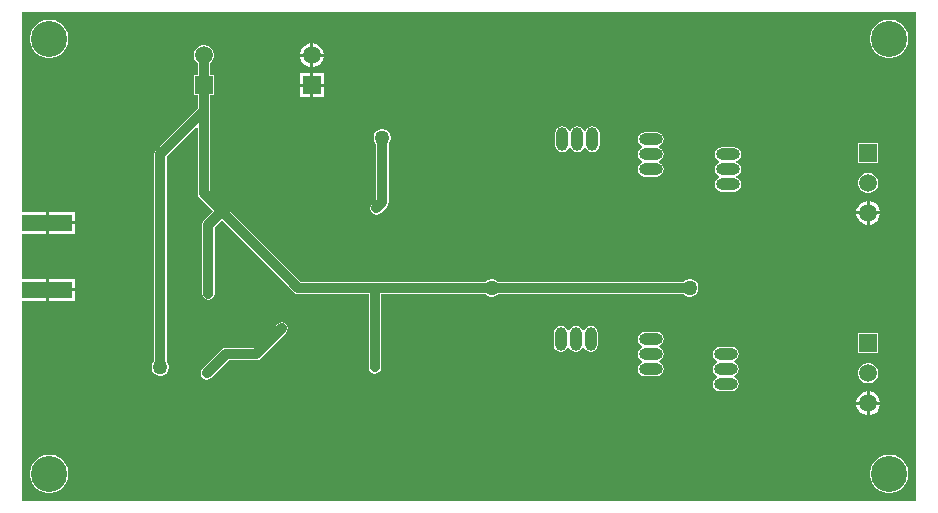
<source format=gbr>
%TF.GenerationSoftware,Altium Limited,Altium Designer,22.7.1 (60)*%
G04 Layer_Physical_Order=2*
G04 Layer_Color=16711680*
%FSLAX45Y45*%
%MOMM*%
%TF.SameCoordinates,8DF05635-03F1-411C-9BC5-7CD19558B576*%
%TF.FilePolarity,Positive*%
%TF.FileFunction,Copper,L2,Bot,Signal*%
%TF.Part,Single*%
G01*
G75*
%TA.AperFunction,ConnectorPad*%
%ADD12R,4.20000X1.35000*%
%TA.AperFunction,Conductor*%
%ADD15C,0.83820*%
%TA.AperFunction,ComponentPad*%
%ADD16R,1.50000X1.50000*%
%ADD17C,1.50000*%
%TA.AperFunction,WasherPad*%
%ADD18C,3.04800*%
%TA.AperFunction,ComponentPad*%
%ADD19O,2.00000X1.00000*%
%ADD20O,2.00000X1.00000*%
%ADD21O,1.00000X2.00000*%
%ADD22O,1.00000X2.00000*%
%TA.AperFunction,ViaPad*%
%ADD23C,1.27000*%
%ADD24C,0.71120*%
G36*
X10134104Y2565896D02*
X2565896D01*
Y4260100D01*
X2763200D01*
Y4353000D01*
Y4445900D01*
X2565896D01*
Y4825100D01*
X2763200D01*
Y4918000D01*
Y5010900D01*
X2565896D01*
Y6705104D01*
X10134104D01*
Y2565896D01*
D02*
G37*
%LPC*%
G36*
X5029718Y6437700D02*
X5029200D01*
Y6350000D01*
X5116900D01*
Y6350518D01*
X5110058Y6376053D01*
X5096840Y6398947D01*
X5078147Y6417640D01*
X5055253Y6430858D01*
X5029718Y6437700D01*
D02*
G37*
G36*
X5003800D02*
X5003282D01*
X4977747Y6430858D01*
X4954853Y6417640D01*
X4936160Y6398947D01*
X4922942Y6376053D01*
X4916100Y6350518D01*
Y6350000D01*
X5003800D01*
Y6437700D01*
D02*
G37*
G36*
X9922011Y6639560D02*
X9889989D01*
X9858583Y6633313D01*
X9828999Y6621059D01*
X9802374Y6603269D01*
X9779731Y6580626D01*
X9761941Y6554001D01*
X9749687Y6524417D01*
X9743440Y6493011D01*
Y6460989D01*
X9749687Y6429583D01*
X9761941Y6399999D01*
X9779731Y6373374D01*
X9802374Y6350731D01*
X9828999Y6332941D01*
X9858583Y6320687D01*
X9889989Y6314440D01*
X9922011D01*
X9953417Y6320687D01*
X9983001Y6332941D01*
X10009626Y6350731D01*
X10032269Y6373374D01*
X10050059Y6399999D01*
X10062313Y6429583D01*
X10068560Y6460989D01*
Y6493011D01*
X10062313Y6524417D01*
X10050059Y6554001D01*
X10032269Y6580626D01*
X10009626Y6603269D01*
X9983001Y6621059D01*
X9953417Y6633313D01*
X9922011Y6639560D01*
D02*
G37*
G36*
X2810011D02*
X2777989D01*
X2746583Y6633313D01*
X2716999Y6621059D01*
X2690374Y6603269D01*
X2667731Y6580626D01*
X2649941Y6554001D01*
X2637687Y6524417D01*
X2631440Y6493011D01*
Y6460989D01*
X2637687Y6429583D01*
X2649941Y6399999D01*
X2667731Y6373374D01*
X2690374Y6350731D01*
X2716999Y6332941D01*
X2746583Y6320687D01*
X2777989Y6314440D01*
X2810011D01*
X2841417Y6320687D01*
X2871001Y6332941D01*
X2897626Y6350731D01*
X2920269Y6373374D01*
X2938059Y6399999D01*
X2950313Y6429583D01*
X2956560Y6460989D01*
Y6493011D01*
X2950313Y6524417D01*
X2938059Y6554001D01*
X2920269Y6580626D01*
X2897626Y6603269D01*
X2871001Y6621059D01*
X2841417Y6633313D01*
X2810011Y6639560D01*
D02*
G37*
G36*
X5116900Y6324600D02*
X5029200D01*
Y6236900D01*
X5029718D01*
X5055253Y6243742D01*
X5078147Y6256960D01*
X5096840Y6275653D01*
X5110058Y6298547D01*
X5116900Y6324082D01*
Y6324600D01*
D02*
G37*
G36*
X5003800D02*
X4916100D01*
Y6324082D01*
X4922942Y6298547D01*
X4936160Y6275653D01*
X4954853Y6256960D01*
X4977747Y6243742D01*
X5003282Y6236900D01*
X5003800D01*
Y6324600D01*
D02*
G37*
G36*
X5116900Y6183700D02*
X5029200D01*
Y6096000D01*
X5116900D01*
Y6183700D01*
D02*
G37*
G36*
X5003800D02*
X4916100D01*
Y6096000D01*
X5003800D01*
Y6183700D01*
D02*
G37*
G36*
X5116900Y6070600D02*
X5029200D01*
Y5982900D01*
X5116900D01*
Y6070600D01*
D02*
G37*
G36*
X5003800D02*
X4916100D01*
Y5982900D01*
X5003800D01*
Y6070600D01*
D02*
G37*
G36*
X7391400Y5737439D02*
X7367927Y5732770D01*
X7348027Y5719473D01*
X7334731Y5699573D01*
X7334374Y5697783D01*
X7321426D01*
X7321069Y5699573D01*
X7307773Y5719473D01*
X7287873Y5732769D01*
X7264400Y5737438D01*
X7240927Y5732769D01*
X7221027Y5719473D01*
X7207731Y5699573D01*
X7207374Y5697783D01*
X7194426D01*
X7194069Y5699573D01*
X7180773Y5719473D01*
X7160873Y5732770D01*
X7137400Y5737439D01*
X7113927Y5732770D01*
X7094027Y5719473D01*
X7080731Y5699573D01*
X7076062Y5676100D01*
Y5576100D01*
X7080731Y5552627D01*
X7094027Y5532727D01*
X7113927Y5519430D01*
X7137400Y5514761D01*
X7160873Y5519430D01*
X7180773Y5532727D01*
X7194069Y5552627D01*
X7194426Y5554417D01*
X7207374D01*
X7207731Y5552627D01*
X7221027Y5532727D01*
X7240927Y5519431D01*
X7264400Y5514762D01*
X7287873Y5519431D01*
X7307773Y5532727D01*
X7321069Y5552627D01*
X7321426Y5554417D01*
X7334374D01*
X7334731Y5552627D01*
X7348027Y5532727D01*
X7367927Y5519430D01*
X7391400Y5514761D01*
X7414873Y5519430D01*
X7434773Y5532727D01*
X7448069Y5552627D01*
X7452738Y5576100D01*
Y5676100D01*
X7448069Y5699573D01*
X7434773Y5719473D01*
X7414873Y5732770D01*
X7391400Y5737439D01*
D02*
G37*
G36*
X9813360Y5596960D02*
X9643040D01*
Y5426640D01*
X9813360D01*
Y5596960D01*
D02*
G37*
G36*
X7936700Y5687438D02*
X7836700D01*
X7813227Y5682769D01*
X7793327Y5669473D01*
X7780030Y5649573D01*
X7775361Y5626100D01*
X7780030Y5602627D01*
X7793327Y5582727D01*
X7813227Y5569431D01*
X7815017Y5569074D01*
Y5556126D01*
X7813227Y5555769D01*
X7793327Y5542473D01*
X7780031Y5522573D01*
X7775362Y5499100D01*
X7780031Y5475627D01*
X7793327Y5455727D01*
X7813227Y5442431D01*
X7815017Y5442074D01*
Y5429126D01*
X7813227Y5428769D01*
X7793327Y5415473D01*
X7780030Y5395573D01*
X7775361Y5372100D01*
X7780030Y5348627D01*
X7793327Y5328727D01*
X7813227Y5315431D01*
X7836700Y5310762D01*
X7936700D01*
X7960173Y5315431D01*
X7980073Y5328727D01*
X7993370Y5348627D01*
X7998039Y5372100D01*
X7993370Y5395573D01*
X7980073Y5415473D01*
X7960173Y5428769D01*
X7958383Y5429126D01*
Y5442074D01*
X7960173Y5442431D01*
X7980073Y5455727D01*
X7993369Y5475627D01*
X7998038Y5499100D01*
X7993369Y5522573D01*
X7980073Y5542473D01*
X7960173Y5555769D01*
X7958383Y5556126D01*
Y5569074D01*
X7960173Y5569431D01*
X7980073Y5582727D01*
X7993370Y5602627D01*
X7998039Y5626100D01*
X7993370Y5649573D01*
X7980073Y5669473D01*
X7960173Y5682769D01*
X7936700Y5687438D01*
D02*
G37*
G36*
X8589626Y5560438D02*
X8489626D01*
X8466152Y5555769D01*
X8446253Y5542473D01*
X8432956Y5522573D01*
X8428287Y5499100D01*
X8432956Y5475627D01*
X8446253Y5455727D01*
X8466152Y5442431D01*
X8467943Y5442074D01*
Y5429126D01*
X8466153Y5428769D01*
X8446253Y5415473D01*
X8432956Y5395573D01*
X8428287Y5372100D01*
X8432956Y5348627D01*
X8446253Y5328727D01*
X8466153Y5315431D01*
X8467943Y5315074D01*
Y5302126D01*
X8466152Y5301769D01*
X8446253Y5288473D01*
X8432956Y5268573D01*
X8428287Y5245100D01*
X8432956Y5221627D01*
X8446253Y5201727D01*
X8466152Y5188431D01*
X8489626Y5183762D01*
X8589626D01*
X8613099Y5188431D01*
X8632999Y5201727D01*
X8646295Y5221627D01*
X8650964Y5245100D01*
X8646295Y5268573D01*
X8632999Y5288473D01*
X8613099Y5301769D01*
X8611309Y5302126D01*
Y5315074D01*
X8613099Y5315431D01*
X8632998Y5328727D01*
X8646295Y5348627D01*
X8650964Y5372100D01*
X8646295Y5395573D01*
X8632998Y5415473D01*
X8613099Y5428769D01*
X8611309Y5429126D01*
Y5442074D01*
X8613099Y5442431D01*
X8632999Y5455727D01*
X8646295Y5475627D01*
X8650964Y5499100D01*
X8646295Y5522573D01*
X8632999Y5542473D01*
X8613099Y5555769D01*
X8589626Y5560438D01*
D02*
G37*
G36*
X9739412Y5342960D02*
X9716988D01*
X9695330Y5337156D01*
X9675911Y5325945D01*
X9660055Y5310089D01*
X9648844Y5290670D01*
X9643040Y5269012D01*
Y5246588D01*
X9648844Y5224930D01*
X9660055Y5205511D01*
X9675911Y5189655D01*
X9695330Y5178444D01*
X9716988Y5172640D01*
X9739412D01*
X9761070Y5178444D01*
X9780489Y5189655D01*
X9796345Y5205511D01*
X9807556Y5224930D01*
X9813360Y5246588D01*
Y5269012D01*
X9807556Y5290670D01*
X9796345Y5310089D01*
X9780489Y5325945D01*
X9761070Y5337156D01*
X9739412Y5342960D01*
D02*
G37*
G36*
X9741418Y5104200D02*
X9740900D01*
Y5016500D01*
X9828600D01*
Y5017018D01*
X9821758Y5042553D01*
X9808540Y5065447D01*
X9789847Y5084140D01*
X9766953Y5097358D01*
X9741418Y5104200D01*
D02*
G37*
G36*
X9715500D02*
X9714982D01*
X9689447Y5097358D01*
X9666553Y5084140D01*
X9647860Y5065447D01*
X9634642Y5042553D01*
X9627800Y5017018D01*
Y5016500D01*
X9715500D01*
Y5104200D01*
D02*
G37*
G36*
X5623397Y5712460D02*
X5604003D01*
X5585268Y5707440D01*
X5568472Y5697742D01*
X5554757Y5684028D01*
X5545060Y5667232D01*
X5540040Y5648497D01*
Y5629103D01*
X5545060Y5610368D01*
X5554757Y5593572D01*
X5560610Y5587719D01*
Y5114691D01*
X5525360Y5079440D01*
X5513851Y5062217D01*
X5509810Y5041900D01*
X5513851Y5021583D01*
X5525360Y5004360D01*
X5542583Y4992851D01*
X5562900Y4988810D01*
X5583217Y4992851D01*
X5600440Y5004360D01*
X5651240Y5055159D01*
X5651240Y5055160D01*
X5662749Y5072383D01*
X5666790Y5092700D01*
X5666790Y5092701D01*
Y5587719D01*
X5672642Y5593572D01*
X5682340Y5610368D01*
X5687360Y5629103D01*
Y5648497D01*
X5682340Y5667232D01*
X5672642Y5684028D01*
X5658928Y5697742D01*
X5642132Y5707440D01*
X5623397Y5712460D01*
D02*
G37*
G36*
X3011300Y5010900D02*
X2788600D01*
Y4930700D01*
X3011300D01*
Y5010900D01*
D02*
G37*
G36*
X9828600Y4991100D02*
X9740900D01*
Y4903400D01*
X9741418D01*
X9766953Y4910242D01*
X9789847Y4923460D01*
X9808540Y4942153D01*
X9821758Y4965047D01*
X9828600Y4990582D01*
Y4991100D01*
D02*
G37*
G36*
X9715500D02*
X9627800D01*
Y4990582D01*
X9634642Y4965047D01*
X9647860Y4942153D01*
X9666553Y4923460D01*
X9689447Y4910242D01*
X9714982Y4903400D01*
X9715500D01*
Y4991100D01*
D02*
G37*
G36*
X3011300Y4905300D02*
X2788600D01*
Y4825100D01*
X3011300D01*
Y4905300D01*
D02*
G37*
G36*
Y4445900D02*
X2788600D01*
Y4365700D01*
X3011300D01*
Y4445900D01*
D02*
G37*
G36*
X4113312Y6422460D02*
X4090888D01*
X4069230Y6416656D01*
X4049811Y6405445D01*
X4033955Y6389589D01*
X4022744Y6370170D01*
X4016940Y6348512D01*
Y6326088D01*
X4022744Y6304430D01*
X4033955Y6285011D01*
X4049010Y6269956D01*
Y6168460D01*
X4016940D01*
Y5998140D01*
X4049310D01*
Y5889391D01*
X3696260Y5536340D01*
X3684751Y5519117D01*
X3680710Y5498800D01*
X3680710Y5498799D01*
Y3746781D01*
X3674858Y3740928D01*
X3665160Y3724132D01*
X3660140Y3705397D01*
Y3686003D01*
X3665160Y3667268D01*
X3674858Y3650472D01*
X3688572Y3636758D01*
X3705368Y3627060D01*
X3724103Y3622040D01*
X3743497D01*
X3762232Y3627060D01*
X3779028Y3636758D01*
X3792742Y3650472D01*
X3802440Y3667268D01*
X3807460Y3686003D01*
Y3705397D01*
X3802440Y3724132D01*
X3792742Y3740928D01*
X3786890Y3746781D01*
Y5476809D01*
X4037577Y5727496D01*
X4049310Y5722635D01*
Y5168901D01*
X4049310Y5168900D01*
X4053351Y5148583D01*
X4064860Y5131360D01*
X4179719Y5016500D01*
X4102960Y4939740D01*
X4091451Y4922517D01*
X4087410Y4902200D01*
X4087410Y4902199D01*
Y4319270D01*
X4091451Y4298954D01*
X4102960Y4281730D01*
X4120183Y4270221D01*
X4140500Y4266180D01*
X4160817Y4270221D01*
X4178040Y4281730D01*
X4189549Y4298954D01*
X4193590Y4319270D01*
Y4880209D01*
X4254800Y4941419D01*
X4864959Y4331260D01*
X4864960Y4331260D01*
X4882183Y4319751D01*
X4902500Y4315710D01*
X4902501Y4315710D01*
X5496810D01*
Y3695700D01*
X5500851Y3675383D01*
X5512360Y3658160D01*
X5529583Y3646651D01*
X5549900Y3642610D01*
X5570217Y3646651D01*
X5587440Y3658160D01*
X5598949Y3675383D01*
X5602990Y3695700D01*
Y4315710D01*
X6489419D01*
X6495272Y4309858D01*
X6512068Y4300160D01*
X6530803Y4295140D01*
X6550197D01*
X6568932Y4300160D01*
X6585728Y4309858D01*
X6591581Y4315710D01*
X8165819D01*
X8171672Y4309858D01*
X8188468Y4300160D01*
X8207203Y4295140D01*
X8226597D01*
X8245332Y4300160D01*
X8262128Y4309858D01*
X8275842Y4323572D01*
X8285540Y4340368D01*
X8290560Y4359103D01*
Y4378497D01*
X8285540Y4397232D01*
X8275842Y4414028D01*
X8262128Y4427742D01*
X8245332Y4437440D01*
X8226597Y4442460D01*
X8207203D01*
X8188468Y4437440D01*
X8171672Y4427742D01*
X8165819Y4421890D01*
X6591581D01*
X6585728Y4427742D01*
X6568932Y4437440D01*
X6550197Y4442460D01*
X6530803D01*
X6512068Y4437440D01*
X6495272Y4427742D01*
X6489419Y4421890D01*
X4924491D01*
X4292340Y5054040D01*
X4155490Y5190891D01*
Y5867399D01*
X4155490Y5867400D01*
X4155490Y5867401D01*
Y5998140D01*
X4187260D01*
Y6168460D01*
X4155190D01*
Y6269956D01*
X4170245Y6285011D01*
X4181456Y6304430D01*
X4187260Y6326088D01*
Y6348512D01*
X4181456Y6370170D01*
X4170245Y6389589D01*
X4154389Y6405445D01*
X4134970Y6416656D01*
X4113312Y6422460D01*
D02*
G37*
G36*
X3011300Y4340300D02*
X2788600D01*
Y4260100D01*
X3011300D01*
Y4340300D01*
D02*
G37*
G36*
X7378700Y4048339D02*
X7355227Y4043670D01*
X7335327Y4030373D01*
X7322031Y4010473D01*
X7321674Y4008683D01*
X7308726D01*
X7308369Y4010473D01*
X7295073Y4030373D01*
X7275173Y4043669D01*
X7251700Y4048338D01*
X7228227Y4043669D01*
X7208327Y4030373D01*
X7195031Y4010473D01*
X7194674Y4008683D01*
X7181726D01*
X7181369Y4010473D01*
X7168073Y4030373D01*
X7148173Y4043670D01*
X7124700Y4048339D01*
X7101227Y4043670D01*
X7081327Y4030373D01*
X7068031Y4010473D01*
X7063362Y3987000D01*
Y3887000D01*
X7068031Y3863527D01*
X7081327Y3843627D01*
X7101227Y3830330D01*
X7124700Y3825661D01*
X7148173Y3830330D01*
X7168073Y3843627D01*
X7181369Y3863527D01*
X7181726Y3865317D01*
X7194674D01*
X7195031Y3863527D01*
X7208327Y3843627D01*
X7228227Y3830331D01*
X7251700Y3825662D01*
X7275173Y3830331D01*
X7295073Y3843627D01*
X7308369Y3863527D01*
X7308726Y3865317D01*
X7321674D01*
X7322031Y3863527D01*
X7335327Y3843627D01*
X7355227Y3830330D01*
X7378700Y3825661D01*
X7402173Y3830330D01*
X7422073Y3843627D01*
X7435369Y3863527D01*
X7440038Y3887000D01*
Y3987000D01*
X7435369Y4010473D01*
X7422073Y4030373D01*
X7402173Y4043670D01*
X7378700Y4048339D01*
D02*
G37*
G36*
X4761485Y4078990D02*
X4741168Y4074949D01*
X4728814Y4066694D01*
X4723902Y4064659D01*
X4711041Y4051798D01*
X4710149Y4049645D01*
X4523594Y3863090D01*
X4292901D01*
X4292900Y3863090D01*
X4272584Y3859049D01*
X4255360Y3847540D01*
X4090260Y3682440D01*
X4078751Y3665217D01*
X4074710Y3644900D01*
X4078751Y3624583D01*
X4090260Y3607360D01*
X4107484Y3595851D01*
X4127800Y3591810D01*
X4148117Y3595851D01*
X4165341Y3607360D01*
X4314891Y3756910D01*
X4545583D01*
X4545585Y3756910D01*
X4565901Y3760951D01*
X4583125Y3772460D01*
X4799025Y3988360D01*
X4810533Y4005583D01*
X4814575Y4025900D01*
X4810533Y4046217D01*
X4799025Y4063440D01*
X4781801Y4074949D01*
X4761485Y4078990D01*
D02*
G37*
G36*
X9813360Y3984060D02*
X9643040D01*
Y3813740D01*
X9813360D01*
Y3984060D01*
D02*
G37*
G36*
X7936700Y3998338D02*
X7836700D01*
X7813227Y3993669D01*
X7793327Y3980373D01*
X7780030Y3960473D01*
X7775361Y3937000D01*
X7780030Y3913527D01*
X7793327Y3893627D01*
X7813227Y3880331D01*
X7815017Y3879974D01*
Y3867026D01*
X7813227Y3866669D01*
X7793327Y3853373D01*
X7780031Y3833473D01*
X7775362Y3810000D01*
X7780031Y3786527D01*
X7793327Y3766627D01*
X7813227Y3753331D01*
X7815017Y3752974D01*
Y3740026D01*
X7813227Y3739669D01*
X7793327Y3726373D01*
X7780030Y3706473D01*
X7775361Y3683000D01*
X7780030Y3659527D01*
X7793327Y3639627D01*
X7813227Y3626331D01*
X7836700Y3621662D01*
X7936700D01*
X7960173Y3626331D01*
X7980073Y3639627D01*
X7993370Y3659527D01*
X7998039Y3683000D01*
X7993370Y3706473D01*
X7980073Y3726373D01*
X7960173Y3739669D01*
X7958383Y3740026D01*
Y3752974D01*
X7960173Y3753331D01*
X7980073Y3766627D01*
X7993369Y3786527D01*
X7998038Y3810000D01*
X7993369Y3833473D01*
X7980073Y3853373D01*
X7960173Y3866669D01*
X7958383Y3867026D01*
Y3879974D01*
X7960173Y3880331D01*
X7980073Y3893627D01*
X7993370Y3913527D01*
X7998039Y3937000D01*
X7993370Y3960473D01*
X7980073Y3980373D01*
X7960173Y3993669D01*
X7936700Y3998338D01*
D02*
G37*
G36*
X9739412Y3730060D02*
X9716988D01*
X9695330Y3724256D01*
X9675911Y3713045D01*
X9660055Y3697189D01*
X9648844Y3677770D01*
X9643040Y3656112D01*
Y3633688D01*
X9648844Y3612030D01*
X9660055Y3592611D01*
X9675911Y3576755D01*
X9695330Y3565544D01*
X9716988Y3559740D01*
X9739412D01*
X9761070Y3565544D01*
X9780489Y3576755D01*
X9796345Y3592611D01*
X9807556Y3612030D01*
X9813360Y3633688D01*
Y3656112D01*
X9807556Y3677770D01*
X9796345Y3697189D01*
X9780489Y3713045D01*
X9761070Y3724256D01*
X9739412Y3730060D01*
D02*
G37*
G36*
X8571700Y3871338D02*
X8471700D01*
X8448227Y3866669D01*
X8428327Y3853373D01*
X8415030Y3833473D01*
X8410361Y3810000D01*
X8415030Y3786527D01*
X8428327Y3766627D01*
X8448227Y3753331D01*
X8450017Y3752974D01*
Y3740026D01*
X8448227Y3739669D01*
X8428327Y3726373D01*
X8415031Y3706473D01*
X8410362Y3683000D01*
X8415031Y3659527D01*
X8428327Y3639627D01*
X8448227Y3626331D01*
X8450017Y3625974D01*
Y3613026D01*
X8448227Y3612669D01*
X8428327Y3599373D01*
X8415030Y3579473D01*
X8410361Y3556000D01*
X8415030Y3532527D01*
X8428327Y3512627D01*
X8448227Y3499331D01*
X8471700Y3494662D01*
X8571700D01*
X8595173Y3499331D01*
X8615073Y3512627D01*
X8628370Y3532527D01*
X8633039Y3556000D01*
X8628370Y3579473D01*
X8615073Y3599373D01*
X8595173Y3612669D01*
X8593383Y3613026D01*
Y3625974D01*
X8595173Y3626331D01*
X8615073Y3639627D01*
X8628369Y3659527D01*
X8633038Y3683000D01*
X8628369Y3706473D01*
X8615073Y3726373D01*
X8595173Y3739669D01*
X8593383Y3740026D01*
Y3752974D01*
X8595173Y3753331D01*
X8615073Y3766627D01*
X8628370Y3786527D01*
X8633039Y3810000D01*
X8628370Y3833473D01*
X8615073Y3853373D01*
X8595173Y3866669D01*
X8571700Y3871338D01*
D02*
G37*
G36*
X9741418Y3491300D02*
X9740900D01*
Y3403600D01*
X9828600D01*
Y3404118D01*
X9821758Y3429653D01*
X9808540Y3452547D01*
X9789847Y3471240D01*
X9766953Y3484458D01*
X9741418Y3491300D01*
D02*
G37*
G36*
X9715500D02*
X9714982D01*
X9689447Y3484458D01*
X9666553Y3471240D01*
X9647860Y3452547D01*
X9634642Y3429653D01*
X9627800Y3404118D01*
Y3403600D01*
X9715500D01*
Y3491300D01*
D02*
G37*
G36*
X9828600Y3378200D02*
X9740900D01*
Y3290500D01*
X9741418D01*
X9766953Y3297342D01*
X9789847Y3310560D01*
X9808540Y3329253D01*
X9821758Y3352147D01*
X9828600Y3377682D01*
Y3378200D01*
D02*
G37*
G36*
X9715500D02*
X9627800D01*
Y3377682D01*
X9634642Y3352147D01*
X9647860Y3329253D01*
X9666553Y3310560D01*
X9689447Y3297342D01*
X9714982Y3290500D01*
X9715500D01*
Y3378200D01*
D02*
G37*
G36*
X9922011Y2956560D02*
X9889989D01*
X9858583Y2950313D01*
X9828999Y2938059D01*
X9802374Y2920269D01*
X9779731Y2897626D01*
X9761941Y2871001D01*
X9749687Y2841417D01*
X9743440Y2810011D01*
Y2777989D01*
X9749687Y2746583D01*
X9761941Y2716999D01*
X9779731Y2690374D01*
X9802374Y2667731D01*
X9828999Y2649941D01*
X9858583Y2637687D01*
X9889989Y2631440D01*
X9922011D01*
X9953417Y2637687D01*
X9983001Y2649941D01*
X10009626Y2667731D01*
X10032269Y2690374D01*
X10050059Y2716999D01*
X10062313Y2746583D01*
X10068560Y2777989D01*
Y2810011D01*
X10062313Y2841417D01*
X10050059Y2871001D01*
X10032269Y2897626D01*
X10009626Y2920269D01*
X9983001Y2938059D01*
X9953417Y2950313D01*
X9922011Y2956560D01*
D02*
G37*
G36*
X2810011D02*
X2777989D01*
X2746583Y2950313D01*
X2716999Y2938059D01*
X2690374Y2920269D01*
X2667731Y2897626D01*
X2649941Y2871001D01*
X2637687Y2841417D01*
X2631440Y2810011D01*
Y2777989D01*
X2637687Y2746583D01*
X2649941Y2716999D01*
X2667731Y2690374D01*
X2690374Y2667731D01*
X2716999Y2649941D01*
X2746583Y2637687D01*
X2777989Y2631440D01*
X2810011D01*
X2841417Y2637687D01*
X2871001Y2649941D01*
X2897626Y2667731D01*
X2920269Y2690374D01*
X2938059Y2716999D01*
X2950313Y2746583D01*
X2956560Y2777989D01*
Y2810011D01*
X2950313Y2841417D01*
X2938059Y2871001D01*
X2920269Y2897626D01*
X2897626Y2920269D01*
X2871001Y2938059D01*
X2841417Y2950313D01*
X2810011Y2956560D01*
D02*
G37*
%LPD*%
D12*
X2775900Y4353000D02*
D03*
Y4918000D02*
D03*
D15*
X3733800Y3695700D02*
X3734100Y3695400D01*
X3733800Y5498800D02*
X4102400Y5867400D01*
X3733800Y3695700D02*
Y5498800D01*
X4545585Y3810000D02*
X4761485Y4025900D01*
X4102400Y5867400D02*
Y6083000D01*
X4102100Y6083300D02*
X4102400Y6083000D01*
X4127800Y3644900D02*
X4292900Y3810000D01*
X4545585D01*
X4902500Y4368800D02*
X5549900D01*
X6540500D01*
X5562900Y5041900D02*
X5613700Y5092700D01*
Y5638800D01*
X5549900Y3695700D02*
Y4368800D01*
X6540500D02*
X8216900D01*
X4254800Y5016500D02*
X4902500Y4368800D01*
X4102400Y5168900D02*
X4254800Y5016500D01*
X4140500Y4319270D02*
Y4902200D01*
X4254800Y5016500D01*
X4102400Y5168900D02*
Y5867400D01*
X4102100Y6083300D02*
Y6337300D01*
D16*
X9728200Y5511800D02*
D03*
Y3898900D02*
D03*
X5016500Y6083300D02*
D03*
X4102100D02*
D03*
D17*
X9728200Y5257800D02*
D03*
Y5003800D02*
D03*
Y3644900D02*
D03*
Y3390900D02*
D03*
X5016500Y6337300D02*
D03*
X4102100D02*
D03*
D18*
X2794000Y6477000D02*
D03*
Y2794000D02*
D03*
X9906000D02*
D03*
Y6477000D02*
D03*
D19*
X8539626Y5245100D02*
D03*
Y5499100D02*
D03*
X8521700Y3556000D02*
D03*
Y3810000D02*
D03*
X7886700Y3683000D02*
D03*
Y3937000D02*
D03*
Y5372100D02*
D03*
Y5626100D02*
D03*
D20*
X8539626Y5372100D02*
D03*
X8521700Y3683000D02*
D03*
X7886700Y3810000D02*
D03*
Y5499100D02*
D03*
D21*
X7124700Y3937000D02*
D03*
X7378700D02*
D03*
X7391400Y5626100D02*
D03*
X7137400D02*
D03*
D22*
X7251700Y3937000D02*
D03*
X7264400Y5626100D02*
D03*
D23*
X3733800Y3695700D02*
D03*
X5613700Y5638800D02*
D03*
X6540500Y4368800D02*
D03*
X8216900D02*
D03*
D24*
X4515981Y4427860D02*
D03*
X4465181Y5189860D02*
D03*
X9525000Y5118100D02*
D03*
X8770860Y5106111D02*
D03*
X9385300Y5118100D02*
D03*
X9228060Y5106111D02*
D03*
X9075660D02*
D03*
X9499600Y5372100D02*
D03*
X9347200D02*
D03*
X9194800D02*
D03*
X8961360Y5334711D02*
D03*
X8808960D02*
D03*
X9474200Y5638800D02*
D03*
X9334500D02*
D03*
X9194800Y5651500D02*
D03*
X9055100Y5626100D02*
D03*
X8910560Y5563311D02*
D03*
X8783560D02*
D03*
X8720060Y3429711D02*
D03*
X8834360Y3988511D02*
D03*
X8732760Y3912311D02*
D03*
X9367760Y3417011D02*
D03*
X9215360D02*
D03*
X9050260D02*
D03*
X9296400Y3987800D02*
D03*
X9443960Y3696411D02*
D03*
X9278860D02*
D03*
X9101060D02*
D03*
X8923260D02*
D03*
X9461500Y3987800D02*
D03*
X9131300D02*
D03*
X3543600Y3962400D02*
D03*
X8834444Y5776296D02*
D03*
X7018344Y3426796D02*
D03*
X6662744D02*
D03*
X6853244Y3287096D02*
D03*
X7754944D02*
D03*
X7208844D02*
D03*
X7386644Y3134696D02*
D03*
X7577144D02*
D03*
X8974144Y3287096D02*
D03*
X8796344Y4099896D02*
D03*
X8966200Y3987800D02*
D03*
X8986844Y4976196D02*
D03*
X7391400Y4813300D02*
D03*
X7620000D02*
D03*
X7767644Y4963496D02*
D03*
X7234244D02*
D03*
X7018344Y5166696D02*
D03*
X6865944Y5026996D02*
D03*
X6713544Y5166696D02*
D03*
X5220000Y5486400D02*
D03*
X5516631Y5486933D02*
D03*
X5364231D02*
D03*
X4457700Y5054600D02*
D03*
X4635500Y5041900D02*
D03*
X5910331Y5131333D02*
D03*
X5363931Y4153433D02*
D03*
X5757631Y3696233D02*
D03*
X5740100Y3924300D02*
D03*
X4919431Y3353333D02*
D03*
X5092700Y3200400D02*
D03*
X4424431Y3442233D02*
D03*
X3149600Y5092700D02*
D03*
X2679700Y4191000D02*
D03*
X2844800D02*
D03*
X3009900D02*
D03*
Y5092700D02*
D03*
X2857500D02*
D03*
X2692400D02*
D03*
X5562900Y5041900D02*
D03*
X4127800Y3644900D02*
D03*
X4749800Y4025900D02*
D03*
X5549900Y3695700D02*
D03*
X4140500Y4319270D02*
D03*
%TF.MD5,b5b97b7eedc04cf20c952301b71ac4b1*%
M02*

</source>
